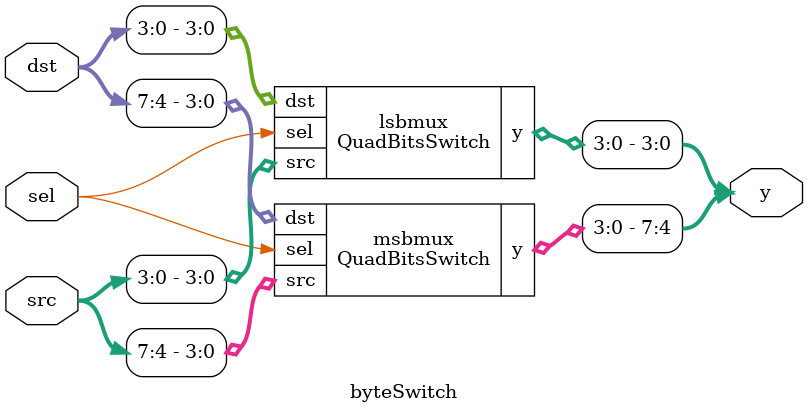
<source format=v>

module QuadBitsSwitch (
    input [3:0] src,
    input [3:0] dst,
    input sel,
    output [3:0] y
);

    assign y = sel ? src : dst;
endmodule

module byteSwitch (
    input [7:0] src,
    input [7:0] dst,
    input sel,
    output [7:0] y
);
// To use module, just like to call OOP class constructor, just like C++/Java object instantiation
// Also, you can use C/C++(C99/C++20) designated initializer style to instantiate module
// Example:
// Traditional style(Constructor style):
// Attention: the arguments order must be the same as the module definition
QuadBitsSwitch lsbmux(src[3:0], dst[3:0], sel, y[3:0]);
// Designated initializer style:
// Different order is allowed, but the names must be correct
QuadBitsSwitch msbmux(
    .src    (src[7:4]),
    .dst    (dst[7:4]),
    .sel    (sel),
    .y      (y[7:4])
);
// Bits-by-bit splice
// Example:
// wire a[3:0] = 4'b1010;
// wire b = 1'b1;
// wire y[15:0];
// assign y = {a[3:0], {3{b[0]}}, a[0], 8'b1010_1010};
// -> y = a[3] a[2] a[1] a[0] b[0] b[0] b[0] a[0] 1 0 1 0 1 0 1 0
// -> y = 1    0    1    0    1    1    1    0    1 0 1 0 1 0 1 0
// -> y = 12'b1010_1110_1010_1010
// -> y = 0xAEA (hexadecimal)
// -> y = 0b1010111010101010 (binary)
// -> y = 0o12752 (octal)
// -> y = 0d4474 (decimal)
endmodule
</source>
